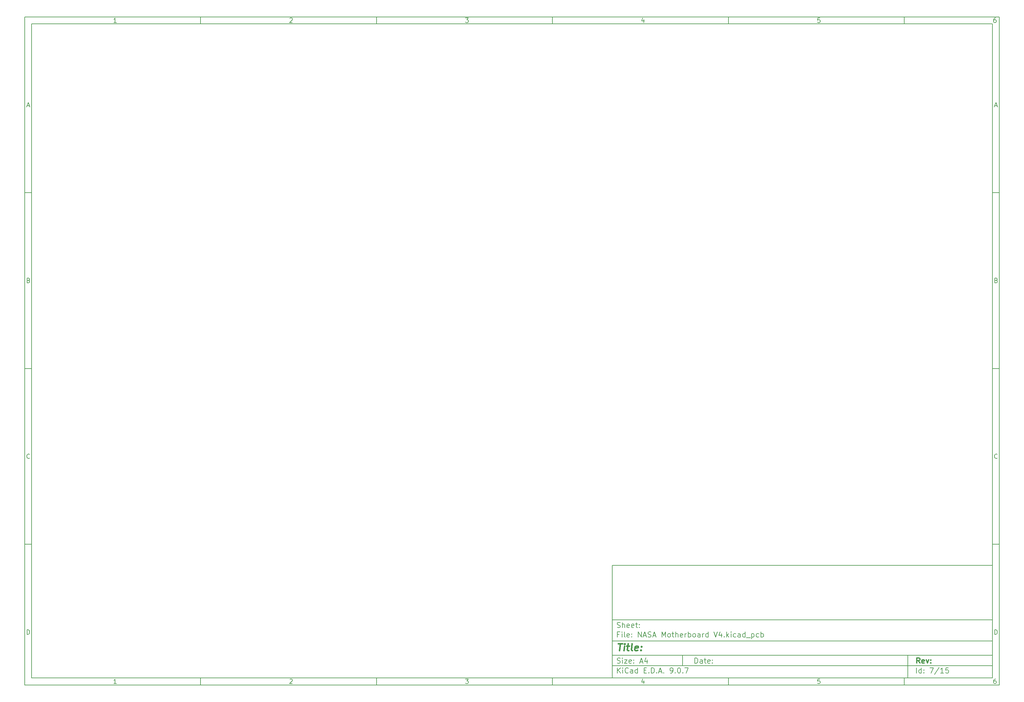
<source format=gbr>
%TF.GenerationSoftware,KiCad,Pcbnew,9.0.7*%
%TF.CreationDate,2026-02-04T11:21:36-05:00*%
%TF.ProjectId,NASA Motherboard V4,4e415341-204d-46f7-9468-6572626f6172,rev?*%
%TF.SameCoordinates,Original*%
%TF.FileFunction,Glue,Top*%
%TF.FilePolarity,Positive*%
%FSLAX46Y46*%
G04 Gerber Fmt 4.6, Leading zero omitted, Abs format (unit mm)*
G04 Created by KiCad (PCBNEW 9.0.7) date 2026-02-04 11:21:36*
%MOMM*%
%LPD*%
G01*
G04 APERTURE LIST*
%ADD10C,0.100000*%
%ADD11C,0.150000*%
%ADD12C,0.300000*%
%ADD13C,0.400000*%
G04 APERTURE END LIST*
D10*
D11*
X177002200Y-166007200D02*
X285002200Y-166007200D01*
X285002200Y-198007200D01*
X177002200Y-198007200D01*
X177002200Y-166007200D01*
D10*
D11*
X10000000Y-10000000D02*
X287002200Y-10000000D01*
X287002200Y-200007200D01*
X10000000Y-200007200D01*
X10000000Y-10000000D01*
D10*
D11*
X12000000Y-12000000D02*
X285002200Y-12000000D01*
X285002200Y-198007200D01*
X12000000Y-198007200D01*
X12000000Y-12000000D01*
D10*
D11*
X60000000Y-12000000D02*
X60000000Y-10000000D01*
D10*
D11*
X110000000Y-12000000D02*
X110000000Y-10000000D01*
D10*
D11*
X160000000Y-12000000D02*
X160000000Y-10000000D01*
D10*
D11*
X210000000Y-12000000D02*
X210000000Y-10000000D01*
D10*
D11*
X260000000Y-12000000D02*
X260000000Y-10000000D01*
D10*
D11*
X36089160Y-11593604D02*
X35346303Y-11593604D01*
X35717731Y-11593604D02*
X35717731Y-10293604D01*
X35717731Y-10293604D02*
X35593922Y-10479319D01*
X35593922Y-10479319D02*
X35470112Y-10603128D01*
X35470112Y-10603128D02*
X35346303Y-10665033D01*
D10*
D11*
X85346303Y-10417414D02*
X85408207Y-10355509D01*
X85408207Y-10355509D02*
X85532017Y-10293604D01*
X85532017Y-10293604D02*
X85841541Y-10293604D01*
X85841541Y-10293604D02*
X85965350Y-10355509D01*
X85965350Y-10355509D02*
X86027255Y-10417414D01*
X86027255Y-10417414D02*
X86089160Y-10541223D01*
X86089160Y-10541223D02*
X86089160Y-10665033D01*
X86089160Y-10665033D02*
X86027255Y-10850747D01*
X86027255Y-10850747D02*
X85284398Y-11593604D01*
X85284398Y-11593604D02*
X86089160Y-11593604D01*
D10*
D11*
X135284398Y-10293604D02*
X136089160Y-10293604D01*
X136089160Y-10293604D02*
X135655826Y-10788842D01*
X135655826Y-10788842D02*
X135841541Y-10788842D01*
X135841541Y-10788842D02*
X135965350Y-10850747D01*
X135965350Y-10850747D02*
X136027255Y-10912652D01*
X136027255Y-10912652D02*
X136089160Y-11036461D01*
X136089160Y-11036461D02*
X136089160Y-11345985D01*
X136089160Y-11345985D02*
X136027255Y-11469795D01*
X136027255Y-11469795D02*
X135965350Y-11531700D01*
X135965350Y-11531700D02*
X135841541Y-11593604D01*
X135841541Y-11593604D02*
X135470112Y-11593604D01*
X135470112Y-11593604D02*
X135346303Y-11531700D01*
X135346303Y-11531700D02*
X135284398Y-11469795D01*
D10*
D11*
X185965350Y-10726938D02*
X185965350Y-11593604D01*
X185655826Y-10231700D02*
X185346303Y-11160271D01*
X185346303Y-11160271D02*
X186151064Y-11160271D01*
D10*
D11*
X236027255Y-10293604D02*
X235408207Y-10293604D01*
X235408207Y-10293604D02*
X235346303Y-10912652D01*
X235346303Y-10912652D02*
X235408207Y-10850747D01*
X235408207Y-10850747D02*
X235532017Y-10788842D01*
X235532017Y-10788842D02*
X235841541Y-10788842D01*
X235841541Y-10788842D02*
X235965350Y-10850747D01*
X235965350Y-10850747D02*
X236027255Y-10912652D01*
X236027255Y-10912652D02*
X236089160Y-11036461D01*
X236089160Y-11036461D02*
X236089160Y-11345985D01*
X236089160Y-11345985D02*
X236027255Y-11469795D01*
X236027255Y-11469795D02*
X235965350Y-11531700D01*
X235965350Y-11531700D02*
X235841541Y-11593604D01*
X235841541Y-11593604D02*
X235532017Y-11593604D01*
X235532017Y-11593604D02*
X235408207Y-11531700D01*
X235408207Y-11531700D02*
X235346303Y-11469795D01*
D10*
D11*
X285965350Y-10293604D02*
X285717731Y-10293604D01*
X285717731Y-10293604D02*
X285593922Y-10355509D01*
X285593922Y-10355509D02*
X285532017Y-10417414D01*
X285532017Y-10417414D02*
X285408207Y-10603128D01*
X285408207Y-10603128D02*
X285346303Y-10850747D01*
X285346303Y-10850747D02*
X285346303Y-11345985D01*
X285346303Y-11345985D02*
X285408207Y-11469795D01*
X285408207Y-11469795D02*
X285470112Y-11531700D01*
X285470112Y-11531700D02*
X285593922Y-11593604D01*
X285593922Y-11593604D02*
X285841541Y-11593604D01*
X285841541Y-11593604D02*
X285965350Y-11531700D01*
X285965350Y-11531700D02*
X286027255Y-11469795D01*
X286027255Y-11469795D02*
X286089160Y-11345985D01*
X286089160Y-11345985D02*
X286089160Y-11036461D01*
X286089160Y-11036461D02*
X286027255Y-10912652D01*
X286027255Y-10912652D02*
X285965350Y-10850747D01*
X285965350Y-10850747D02*
X285841541Y-10788842D01*
X285841541Y-10788842D02*
X285593922Y-10788842D01*
X285593922Y-10788842D02*
X285470112Y-10850747D01*
X285470112Y-10850747D02*
X285408207Y-10912652D01*
X285408207Y-10912652D02*
X285346303Y-11036461D01*
D10*
D11*
X60000000Y-198007200D02*
X60000000Y-200007200D01*
D10*
D11*
X110000000Y-198007200D02*
X110000000Y-200007200D01*
D10*
D11*
X160000000Y-198007200D02*
X160000000Y-200007200D01*
D10*
D11*
X210000000Y-198007200D02*
X210000000Y-200007200D01*
D10*
D11*
X260000000Y-198007200D02*
X260000000Y-200007200D01*
D10*
D11*
X36089160Y-199600804D02*
X35346303Y-199600804D01*
X35717731Y-199600804D02*
X35717731Y-198300804D01*
X35717731Y-198300804D02*
X35593922Y-198486519D01*
X35593922Y-198486519D02*
X35470112Y-198610328D01*
X35470112Y-198610328D02*
X35346303Y-198672233D01*
D10*
D11*
X85346303Y-198424614D02*
X85408207Y-198362709D01*
X85408207Y-198362709D02*
X85532017Y-198300804D01*
X85532017Y-198300804D02*
X85841541Y-198300804D01*
X85841541Y-198300804D02*
X85965350Y-198362709D01*
X85965350Y-198362709D02*
X86027255Y-198424614D01*
X86027255Y-198424614D02*
X86089160Y-198548423D01*
X86089160Y-198548423D02*
X86089160Y-198672233D01*
X86089160Y-198672233D02*
X86027255Y-198857947D01*
X86027255Y-198857947D02*
X85284398Y-199600804D01*
X85284398Y-199600804D02*
X86089160Y-199600804D01*
D10*
D11*
X135284398Y-198300804D02*
X136089160Y-198300804D01*
X136089160Y-198300804D02*
X135655826Y-198796042D01*
X135655826Y-198796042D02*
X135841541Y-198796042D01*
X135841541Y-198796042D02*
X135965350Y-198857947D01*
X135965350Y-198857947D02*
X136027255Y-198919852D01*
X136027255Y-198919852D02*
X136089160Y-199043661D01*
X136089160Y-199043661D02*
X136089160Y-199353185D01*
X136089160Y-199353185D02*
X136027255Y-199476995D01*
X136027255Y-199476995D02*
X135965350Y-199538900D01*
X135965350Y-199538900D02*
X135841541Y-199600804D01*
X135841541Y-199600804D02*
X135470112Y-199600804D01*
X135470112Y-199600804D02*
X135346303Y-199538900D01*
X135346303Y-199538900D02*
X135284398Y-199476995D01*
D10*
D11*
X185965350Y-198734138D02*
X185965350Y-199600804D01*
X185655826Y-198238900D02*
X185346303Y-199167471D01*
X185346303Y-199167471D02*
X186151064Y-199167471D01*
D10*
D11*
X236027255Y-198300804D02*
X235408207Y-198300804D01*
X235408207Y-198300804D02*
X235346303Y-198919852D01*
X235346303Y-198919852D02*
X235408207Y-198857947D01*
X235408207Y-198857947D02*
X235532017Y-198796042D01*
X235532017Y-198796042D02*
X235841541Y-198796042D01*
X235841541Y-198796042D02*
X235965350Y-198857947D01*
X235965350Y-198857947D02*
X236027255Y-198919852D01*
X236027255Y-198919852D02*
X236089160Y-199043661D01*
X236089160Y-199043661D02*
X236089160Y-199353185D01*
X236089160Y-199353185D02*
X236027255Y-199476995D01*
X236027255Y-199476995D02*
X235965350Y-199538900D01*
X235965350Y-199538900D02*
X235841541Y-199600804D01*
X235841541Y-199600804D02*
X235532017Y-199600804D01*
X235532017Y-199600804D02*
X235408207Y-199538900D01*
X235408207Y-199538900D02*
X235346303Y-199476995D01*
D10*
D11*
X285965350Y-198300804D02*
X285717731Y-198300804D01*
X285717731Y-198300804D02*
X285593922Y-198362709D01*
X285593922Y-198362709D02*
X285532017Y-198424614D01*
X285532017Y-198424614D02*
X285408207Y-198610328D01*
X285408207Y-198610328D02*
X285346303Y-198857947D01*
X285346303Y-198857947D02*
X285346303Y-199353185D01*
X285346303Y-199353185D02*
X285408207Y-199476995D01*
X285408207Y-199476995D02*
X285470112Y-199538900D01*
X285470112Y-199538900D02*
X285593922Y-199600804D01*
X285593922Y-199600804D02*
X285841541Y-199600804D01*
X285841541Y-199600804D02*
X285965350Y-199538900D01*
X285965350Y-199538900D02*
X286027255Y-199476995D01*
X286027255Y-199476995D02*
X286089160Y-199353185D01*
X286089160Y-199353185D02*
X286089160Y-199043661D01*
X286089160Y-199043661D02*
X286027255Y-198919852D01*
X286027255Y-198919852D02*
X285965350Y-198857947D01*
X285965350Y-198857947D02*
X285841541Y-198796042D01*
X285841541Y-198796042D02*
X285593922Y-198796042D01*
X285593922Y-198796042D02*
X285470112Y-198857947D01*
X285470112Y-198857947D02*
X285408207Y-198919852D01*
X285408207Y-198919852D02*
X285346303Y-199043661D01*
D10*
D11*
X10000000Y-60000000D02*
X12000000Y-60000000D01*
D10*
D11*
X10000000Y-110000000D02*
X12000000Y-110000000D01*
D10*
D11*
X10000000Y-160000000D02*
X12000000Y-160000000D01*
D10*
D11*
X10690476Y-35222176D02*
X11309523Y-35222176D01*
X10566666Y-35593604D02*
X10999999Y-34293604D01*
X10999999Y-34293604D02*
X11433333Y-35593604D01*
D10*
D11*
X11092857Y-84912652D02*
X11278571Y-84974557D01*
X11278571Y-84974557D02*
X11340476Y-85036461D01*
X11340476Y-85036461D02*
X11402380Y-85160271D01*
X11402380Y-85160271D02*
X11402380Y-85345985D01*
X11402380Y-85345985D02*
X11340476Y-85469795D01*
X11340476Y-85469795D02*
X11278571Y-85531700D01*
X11278571Y-85531700D02*
X11154761Y-85593604D01*
X11154761Y-85593604D02*
X10659523Y-85593604D01*
X10659523Y-85593604D02*
X10659523Y-84293604D01*
X10659523Y-84293604D02*
X11092857Y-84293604D01*
X11092857Y-84293604D02*
X11216666Y-84355509D01*
X11216666Y-84355509D02*
X11278571Y-84417414D01*
X11278571Y-84417414D02*
X11340476Y-84541223D01*
X11340476Y-84541223D02*
X11340476Y-84665033D01*
X11340476Y-84665033D02*
X11278571Y-84788842D01*
X11278571Y-84788842D02*
X11216666Y-84850747D01*
X11216666Y-84850747D02*
X11092857Y-84912652D01*
X11092857Y-84912652D02*
X10659523Y-84912652D01*
D10*
D11*
X11402380Y-135469795D02*
X11340476Y-135531700D01*
X11340476Y-135531700D02*
X11154761Y-135593604D01*
X11154761Y-135593604D02*
X11030952Y-135593604D01*
X11030952Y-135593604D02*
X10845238Y-135531700D01*
X10845238Y-135531700D02*
X10721428Y-135407890D01*
X10721428Y-135407890D02*
X10659523Y-135284080D01*
X10659523Y-135284080D02*
X10597619Y-135036461D01*
X10597619Y-135036461D02*
X10597619Y-134850747D01*
X10597619Y-134850747D02*
X10659523Y-134603128D01*
X10659523Y-134603128D02*
X10721428Y-134479319D01*
X10721428Y-134479319D02*
X10845238Y-134355509D01*
X10845238Y-134355509D02*
X11030952Y-134293604D01*
X11030952Y-134293604D02*
X11154761Y-134293604D01*
X11154761Y-134293604D02*
X11340476Y-134355509D01*
X11340476Y-134355509D02*
X11402380Y-134417414D01*
D10*
D11*
X10659523Y-185593604D02*
X10659523Y-184293604D01*
X10659523Y-184293604D02*
X10969047Y-184293604D01*
X10969047Y-184293604D02*
X11154761Y-184355509D01*
X11154761Y-184355509D02*
X11278571Y-184479319D01*
X11278571Y-184479319D02*
X11340476Y-184603128D01*
X11340476Y-184603128D02*
X11402380Y-184850747D01*
X11402380Y-184850747D02*
X11402380Y-185036461D01*
X11402380Y-185036461D02*
X11340476Y-185284080D01*
X11340476Y-185284080D02*
X11278571Y-185407890D01*
X11278571Y-185407890D02*
X11154761Y-185531700D01*
X11154761Y-185531700D02*
X10969047Y-185593604D01*
X10969047Y-185593604D02*
X10659523Y-185593604D01*
D10*
D11*
X287002200Y-60000000D02*
X285002200Y-60000000D01*
D10*
D11*
X287002200Y-110000000D02*
X285002200Y-110000000D01*
D10*
D11*
X287002200Y-160000000D02*
X285002200Y-160000000D01*
D10*
D11*
X285692676Y-35222176D02*
X286311723Y-35222176D01*
X285568866Y-35593604D02*
X286002199Y-34293604D01*
X286002199Y-34293604D02*
X286435533Y-35593604D01*
D10*
D11*
X286095057Y-84912652D02*
X286280771Y-84974557D01*
X286280771Y-84974557D02*
X286342676Y-85036461D01*
X286342676Y-85036461D02*
X286404580Y-85160271D01*
X286404580Y-85160271D02*
X286404580Y-85345985D01*
X286404580Y-85345985D02*
X286342676Y-85469795D01*
X286342676Y-85469795D02*
X286280771Y-85531700D01*
X286280771Y-85531700D02*
X286156961Y-85593604D01*
X286156961Y-85593604D02*
X285661723Y-85593604D01*
X285661723Y-85593604D02*
X285661723Y-84293604D01*
X285661723Y-84293604D02*
X286095057Y-84293604D01*
X286095057Y-84293604D02*
X286218866Y-84355509D01*
X286218866Y-84355509D02*
X286280771Y-84417414D01*
X286280771Y-84417414D02*
X286342676Y-84541223D01*
X286342676Y-84541223D02*
X286342676Y-84665033D01*
X286342676Y-84665033D02*
X286280771Y-84788842D01*
X286280771Y-84788842D02*
X286218866Y-84850747D01*
X286218866Y-84850747D02*
X286095057Y-84912652D01*
X286095057Y-84912652D02*
X285661723Y-84912652D01*
D10*
D11*
X286404580Y-135469795D02*
X286342676Y-135531700D01*
X286342676Y-135531700D02*
X286156961Y-135593604D01*
X286156961Y-135593604D02*
X286033152Y-135593604D01*
X286033152Y-135593604D02*
X285847438Y-135531700D01*
X285847438Y-135531700D02*
X285723628Y-135407890D01*
X285723628Y-135407890D02*
X285661723Y-135284080D01*
X285661723Y-135284080D02*
X285599819Y-135036461D01*
X285599819Y-135036461D02*
X285599819Y-134850747D01*
X285599819Y-134850747D02*
X285661723Y-134603128D01*
X285661723Y-134603128D02*
X285723628Y-134479319D01*
X285723628Y-134479319D02*
X285847438Y-134355509D01*
X285847438Y-134355509D02*
X286033152Y-134293604D01*
X286033152Y-134293604D02*
X286156961Y-134293604D01*
X286156961Y-134293604D02*
X286342676Y-134355509D01*
X286342676Y-134355509D02*
X286404580Y-134417414D01*
D10*
D11*
X285661723Y-185593604D02*
X285661723Y-184293604D01*
X285661723Y-184293604D02*
X285971247Y-184293604D01*
X285971247Y-184293604D02*
X286156961Y-184355509D01*
X286156961Y-184355509D02*
X286280771Y-184479319D01*
X286280771Y-184479319D02*
X286342676Y-184603128D01*
X286342676Y-184603128D02*
X286404580Y-184850747D01*
X286404580Y-184850747D02*
X286404580Y-185036461D01*
X286404580Y-185036461D02*
X286342676Y-185284080D01*
X286342676Y-185284080D02*
X286280771Y-185407890D01*
X286280771Y-185407890D02*
X286156961Y-185531700D01*
X286156961Y-185531700D02*
X285971247Y-185593604D01*
X285971247Y-185593604D02*
X285661723Y-185593604D01*
D10*
D11*
X200458026Y-193793328D02*
X200458026Y-192293328D01*
X200458026Y-192293328D02*
X200815169Y-192293328D01*
X200815169Y-192293328D02*
X201029455Y-192364757D01*
X201029455Y-192364757D02*
X201172312Y-192507614D01*
X201172312Y-192507614D02*
X201243741Y-192650471D01*
X201243741Y-192650471D02*
X201315169Y-192936185D01*
X201315169Y-192936185D02*
X201315169Y-193150471D01*
X201315169Y-193150471D02*
X201243741Y-193436185D01*
X201243741Y-193436185D02*
X201172312Y-193579042D01*
X201172312Y-193579042D02*
X201029455Y-193721900D01*
X201029455Y-193721900D02*
X200815169Y-193793328D01*
X200815169Y-193793328D02*
X200458026Y-193793328D01*
X202600884Y-193793328D02*
X202600884Y-193007614D01*
X202600884Y-193007614D02*
X202529455Y-192864757D01*
X202529455Y-192864757D02*
X202386598Y-192793328D01*
X202386598Y-192793328D02*
X202100884Y-192793328D01*
X202100884Y-192793328D02*
X201958026Y-192864757D01*
X202600884Y-193721900D02*
X202458026Y-193793328D01*
X202458026Y-193793328D02*
X202100884Y-193793328D01*
X202100884Y-193793328D02*
X201958026Y-193721900D01*
X201958026Y-193721900D02*
X201886598Y-193579042D01*
X201886598Y-193579042D02*
X201886598Y-193436185D01*
X201886598Y-193436185D02*
X201958026Y-193293328D01*
X201958026Y-193293328D02*
X202100884Y-193221900D01*
X202100884Y-193221900D02*
X202458026Y-193221900D01*
X202458026Y-193221900D02*
X202600884Y-193150471D01*
X203100884Y-192793328D02*
X203672312Y-192793328D01*
X203315169Y-192293328D02*
X203315169Y-193579042D01*
X203315169Y-193579042D02*
X203386598Y-193721900D01*
X203386598Y-193721900D02*
X203529455Y-193793328D01*
X203529455Y-193793328D02*
X203672312Y-193793328D01*
X204743741Y-193721900D02*
X204600884Y-193793328D01*
X204600884Y-193793328D02*
X204315170Y-193793328D01*
X204315170Y-193793328D02*
X204172312Y-193721900D01*
X204172312Y-193721900D02*
X204100884Y-193579042D01*
X204100884Y-193579042D02*
X204100884Y-193007614D01*
X204100884Y-193007614D02*
X204172312Y-192864757D01*
X204172312Y-192864757D02*
X204315170Y-192793328D01*
X204315170Y-192793328D02*
X204600884Y-192793328D01*
X204600884Y-192793328D02*
X204743741Y-192864757D01*
X204743741Y-192864757D02*
X204815170Y-193007614D01*
X204815170Y-193007614D02*
X204815170Y-193150471D01*
X204815170Y-193150471D02*
X204100884Y-193293328D01*
X205458026Y-193650471D02*
X205529455Y-193721900D01*
X205529455Y-193721900D02*
X205458026Y-193793328D01*
X205458026Y-193793328D02*
X205386598Y-193721900D01*
X205386598Y-193721900D02*
X205458026Y-193650471D01*
X205458026Y-193650471D02*
X205458026Y-193793328D01*
X205458026Y-192864757D02*
X205529455Y-192936185D01*
X205529455Y-192936185D02*
X205458026Y-193007614D01*
X205458026Y-193007614D02*
X205386598Y-192936185D01*
X205386598Y-192936185D02*
X205458026Y-192864757D01*
X205458026Y-192864757D02*
X205458026Y-193007614D01*
D10*
D11*
X177002200Y-194507200D02*
X285002200Y-194507200D01*
D10*
D11*
X178458026Y-196593328D02*
X178458026Y-195093328D01*
X179315169Y-196593328D02*
X178672312Y-195736185D01*
X179315169Y-195093328D02*
X178458026Y-195950471D01*
X179958026Y-196593328D02*
X179958026Y-195593328D01*
X179958026Y-195093328D02*
X179886598Y-195164757D01*
X179886598Y-195164757D02*
X179958026Y-195236185D01*
X179958026Y-195236185D02*
X180029455Y-195164757D01*
X180029455Y-195164757D02*
X179958026Y-195093328D01*
X179958026Y-195093328D02*
X179958026Y-195236185D01*
X181529455Y-196450471D02*
X181458027Y-196521900D01*
X181458027Y-196521900D02*
X181243741Y-196593328D01*
X181243741Y-196593328D02*
X181100884Y-196593328D01*
X181100884Y-196593328D02*
X180886598Y-196521900D01*
X180886598Y-196521900D02*
X180743741Y-196379042D01*
X180743741Y-196379042D02*
X180672312Y-196236185D01*
X180672312Y-196236185D02*
X180600884Y-195950471D01*
X180600884Y-195950471D02*
X180600884Y-195736185D01*
X180600884Y-195736185D02*
X180672312Y-195450471D01*
X180672312Y-195450471D02*
X180743741Y-195307614D01*
X180743741Y-195307614D02*
X180886598Y-195164757D01*
X180886598Y-195164757D02*
X181100884Y-195093328D01*
X181100884Y-195093328D02*
X181243741Y-195093328D01*
X181243741Y-195093328D02*
X181458027Y-195164757D01*
X181458027Y-195164757D02*
X181529455Y-195236185D01*
X182815170Y-196593328D02*
X182815170Y-195807614D01*
X182815170Y-195807614D02*
X182743741Y-195664757D01*
X182743741Y-195664757D02*
X182600884Y-195593328D01*
X182600884Y-195593328D02*
X182315170Y-195593328D01*
X182315170Y-195593328D02*
X182172312Y-195664757D01*
X182815170Y-196521900D02*
X182672312Y-196593328D01*
X182672312Y-196593328D02*
X182315170Y-196593328D01*
X182315170Y-196593328D02*
X182172312Y-196521900D01*
X182172312Y-196521900D02*
X182100884Y-196379042D01*
X182100884Y-196379042D02*
X182100884Y-196236185D01*
X182100884Y-196236185D02*
X182172312Y-196093328D01*
X182172312Y-196093328D02*
X182315170Y-196021900D01*
X182315170Y-196021900D02*
X182672312Y-196021900D01*
X182672312Y-196021900D02*
X182815170Y-195950471D01*
X184172313Y-196593328D02*
X184172313Y-195093328D01*
X184172313Y-196521900D02*
X184029455Y-196593328D01*
X184029455Y-196593328D02*
X183743741Y-196593328D01*
X183743741Y-196593328D02*
X183600884Y-196521900D01*
X183600884Y-196521900D02*
X183529455Y-196450471D01*
X183529455Y-196450471D02*
X183458027Y-196307614D01*
X183458027Y-196307614D02*
X183458027Y-195879042D01*
X183458027Y-195879042D02*
X183529455Y-195736185D01*
X183529455Y-195736185D02*
X183600884Y-195664757D01*
X183600884Y-195664757D02*
X183743741Y-195593328D01*
X183743741Y-195593328D02*
X184029455Y-195593328D01*
X184029455Y-195593328D02*
X184172313Y-195664757D01*
X186029455Y-195807614D02*
X186529455Y-195807614D01*
X186743741Y-196593328D02*
X186029455Y-196593328D01*
X186029455Y-196593328D02*
X186029455Y-195093328D01*
X186029455Y-195093328D02*
X186743741Y-195093328D01*
X187386598Y-196450471D02*
X187458027Y-196521900D01*
X187458027Y-196521900D02*
X187386598Y-196593328D01*
X187386598Y-196593328D02*
X187315170Y-196521900D01*
X187315170Y-196521900D02*
X187386598Y-196450471D01*
X187386598Y-196450471D02*
X187386598Y-196593328D01*
X188100884Y-196593328D02*
X188100884Y-195093328D01*
X188100884Y-195093328D02*
X188458027Y-195093328D01*
X188458027Y-195093328D02*
X188672313Y-195164757D01*
X188672313Y-195164757D02*
X188815170Y-195307614D01*
X188815170Y-195307614D02*
X188886599Y-195450471D01*
X188886599Y-195450471D02*
X188958027Y-195736185D01*
X188958027Y-195736185D02*
X188958027Y-195950471D01*
X188958027Y-195950471D02*
X188886599Y-196236185D01*
X188886599Y-196236185D02*
X188815170Y-196379042D01*
X188815170Y-196379042D02*
X188672313Y-196521900D01*
X188672313Y-196521900D02*
X188458027Y-196593328D01*
X188458027Y-196593328D02*
X188100884Y-196593328D01*
X189600884Y-196450471D02*
X189672313Y-196521900D01*
X189672313Y-196521900D02*
X189600884Y-196593328D01*
X189600884Y-196593328D02*
X189529456Y-196521900D01*
X189529456Y-196521900D02*
X189600884Y-196450471D01*
X189600884Y-196450471D02*
X189600884Y-196593328D01*
X190243742Y-196164757D02*
X190958028Y-196164757D01*
X190100885Y-196593328D02*
X190600885Y-195093328D01*
X190600885Y-195093328D02*
X191100885Y-196593328D01*
X191600884Y-196450471D02*
X191672313Y-196521900D01*
X191672313Y-196521900D02*
X191600884Y-196593328D01*
X191600884Y-196593328D02*
X191529456Y-196521900D01*
X191529456Y-196521900D02*
X191600884Y-196450471D01*
X191600884Y-196450471D02*
X191600884Y-196593328D01*
X193529456Y-196593328D02*
X193815170Y-196593328D01*
X193815170Y-196593328D02*
X193958027Y-196521900D01*
X193958027Y-196521900D02*
X194029456Y-196450471D01*
X194029456Y-196450471D02*
X194172313Y-196236185D01*
X194172313Y-196236185D02*
X194243742Y-195950471D01*
X194243742Y-195950471D02*
X194243742Y-195379042D01*
X194243742Y-195379042D02*
X194172313Y-195236185D01*
X194172313Y-195236185D02*
X194100885Y-195164757D01*
X194100885Y-195164757D02*
X193958027Y-195093328D01*
X193958027Y-195093328D02*
X193672313Y-195093328D01*
X193672313Y-195093328D02*
X193529456Y-195164757D01*
X193529456Y-195164757D02*
X193458027Y-195236185D01*
X193458027Y-195236185D02*
X193386599Y-195379042D01*
X193386599Y-195379042D02*
X193386599Y-195736185D01*
X193386599Y-195736185D02*
X193458027Y-195879042D01*
X193458027Y-195879042D02*
X193529456Y-195950471D01*
X193529456Y-195950471D02*
X193672313Y-196021900D01*
X193672313Y-196021900D02*
X193958027Y-196021900D01*
X193958027Y-196021900D02*
X194100885Y-195950471D01*
X194100885Y-195950471D02*
X194172313Y-195879042D01*
X194172313Y-195879042D02*
X194243742Y-195736185D01*
X194886598Y-196450471D02*
X194958027Y-196521900D01*
X194958027Y-196521900D02*
X194886598Y-196593328D01*
X194886598Y-196593328D02*
X194815170Y-196521900D01*
X194815170Y-196521900D02*
X194886598Y-196450471D01*
X194886598Y-196450471D02*
X194886598Y-196593328D01*
X195886599Y-195093328D02*
X196029456Y-195093328D01*
X196029456Y-195093328D02*
X196172313Y-195164757D01*
X196172313Y-195164757D02*
X196243742Y-195236185D01*
X196243742Y-195236185D02*
X196315170Y-195379042D01*
X196315170Y-195379042D02*
X196386599Y-195664757D01*
X196386599Y-195664757D02*
X196386599Y-196021900D01*
X196386599Y-196021900D02*
X196315170Y-196307614D01*
X196315170Y-196307614D02*
X196243742Y-196450471D01*
X196243742Y-196450471D02*
X196172313Y-196521900D01*
X196172313Y-196521900D02*
X196029456Y-196593328D01*
X196029456Y-196593328D02*
X195886599Y-196593328D01*
X195886599Y-196593328D02*
X195743742Y-196521900D01*
X195743742Y-196521900D02*
X195672313Y-196450471D01*
X195672313Y-196450471D02*
X195600884Y-196307614D01*
X195600884Y-196307614D02*
X195529456Y-196021900D01*
X195529456Y-196021900D02*
X195529456Y-195664757D01*
X195529456Y-195664757D02*
X195600884Y-195379042D01*
X195600884Y-195379042D02*
X195672313Y-195236185D01*
X195672313Y-195236185D02*
X195743742Y-195164757D01*
X195743742Y-195164757D02*
X195886599Y-195093328D01*
X197029455Y-196450471D02*
X197100884Y-196521900D01*
X197100884Y-196521900D02*
X197029455Y-196593328D01*
X197029455Y-196593328D02*
X196958027Y-196521900D01*
X196958027Y-196521900D02*
X197029455Y-196450471D01*
X197029455Y-196450471D02*
X197029455Y-196593328D01*
X197600884Y-195093328D02*
X198600884Y-195093328D01*
X198600884Y-195093328D02*
X197958027Y-196593328D01*
D10*
D11*
X177002200Y-191507200D02*
X285002200Y-191507200D01*
D10*
D12*
X264413853Y-193785528D02*
X263913853Y-193071242D01*
X263556710Y-193785528D02*
X263556710Y-192285528D01*
X263556710Y-192285528D02*
X264128139Y-192285528D01*
X264128139Y-192285528D02*
X264270996Y-192356957D01*
X264270996Y-192356957D02*
X264342425Y-192428385D01*
X264342425Y-192428385D02*
X264413853Y-192571242D01*
X264413853Y-192571242D02*
X264413853Y-192785528D01*
X264413853Y-192785528D02*
X264342425Y-192928385D01*
X264342425Y-192928385D02*
X264270996Y-192999814D01*
X264270996Y-192999814D02*
X264128139Y-193071242D01*
X264128139Y-193071242D02*
X263556710Y-193071242D01*
X265628139Y-193714100D02*
X265485282Y-193785528D01*
X265485282Y-193785528D02*
X265199568Y-193785528D01*
X265199568Y-193785528D02*
X265056710Y-193714100D01*
X265056710Y-193714100D02*
X264985282Y-193571242D01*
X264985282Y-193571242D02*
X264985282Y-192999814D01*
X264985282Y-192999814D02*
X265056710Y-192856957D01*
X265056710Y-192856957D02*
X265199568Y-192785528D01*
X265199568Y-192785528D02*
X265485282Y-192785528D01*
X265485282Y-192785528D02*
X265628139Y-192856957D01*
X265628139Y-192856957D02*
X265699568Y-192999814D01*
X265699568Y-192999814D02*
X265699568Y-193142671D01*
X265699568Y-193142671D02*
X264985282Y-193285528D01*
X266199567Y-192785528D02*
X266556710Y-193785528D01*
X266556710Y-193785528D02*
X266913853Y-192785528D01*
X267485281Y-193642671D02*
X267556710Y-193714100D01*
X267556710Y-193714100D02*
X267485281Y-193785528D01*
X267485281Y-193785528D02*
X267413853Y-193714100D01*
X267413853Y-193714100D02*
X267485281Y-193642671D01*
X267485281Y-193642671D02*
X267485281Y-193785528D01*
X267485281Y-192856957D02*
X267556710Y-192928385D01*
X267556710Y-192928385D02*
X267485281Y-192999814D01*
X267485281Y-192999814D02*
X267413853Y-192928385D01*
X267413853Y-192928385D02*
X267485281Y-192856957D01*
X267485281Y-192856957D02*
X267485281Y-192999814D01*
D10*
D11*
X178386598Y-193721900D02*
X178600884Y-193793328D01*
X178600884Y-193793328D02*
X178958026Y-193793328D01*
X178958026Y-193793328D02*
X179100884Y-193721900D01*
X179100884Y-193721900D02*
X179172312Y-193650471D01*
X179172312Y-193650471D02*
X179243741Y-193507614D01*
X179243741Y-193507614D02*
X179243741Y-193364757D01*
X179243741Y-193364757D02*
X179172312Y-193221900D01*
X179172312Y-193221900D02*
X179100884Y-193150471D01*
X179100884Y-193150471D02*
X178958026Y-193079042D01*
X178958026Y-193079042D02*
X178672312Y-193007614D01*
X178672312Y-193007614D02*
X178529455Y-192936185D01*
X178529455Y-192936185D02*
X178458026Y-192864757D01*
X178458026Y-192864757D02*
X178386598Y-192721900D01*
X178386598Y-192721900D02*
X178386598Y-192579042D01*
X178386598Y-192579042D02*
X178458026Y-192436185D01*
X178458026Y-192436185D02*
X178529455Y-192364757D01*
X178529455Y-192364757D02*
X178672312Y-192293328D01*
X178672312Y-192293328D02*
X179029455Y-192293328D01*
X179029455Y-192293328D02*
X179243741Y-192364757D01*
X179886597Y-193793328D02*
X179886597Y-192793328D01*
X179886597Y-192293328D02*
X179815169Y-192364757D01*
X179815169Y-192364757D02*
X179886597Y-192436185D01*
X179886597Y-192436185D02*
X179958026Y-192364757D01*
X179958026Y-192364757D02*
X179886597Y-192293328D01*
X179886597Y-192293328D02*
X179886597Y-192436185D01*
X180458026Y-192793328D02*
X181243741Y-192793328D01*
X181243741Y-192793328D02*
X180458026Y-193793328D01*
X180458026Y-193793328D02*
X181243741Y-193793328D01*
X182386598Y-193721900D02*
X182243741Y-193793328D01*
X182243741Y-193793328D02*
X181958027Y-193793328D01*
X181958027Y-193793328D02*
X181815169Y-193721900D01*
X181815169Y-193721900D02*
X181743741Y-193579042D01*
X181743741Y-193579042D02*
X181743741Y-193007614D01*
X181743741Y-193007614D02*
X181815169Y-192864757D01*
X181815169Y-192864757D02*
X181958027Y-192793328D01*
X181958027Y-192793328D02*
X182243741Y-192793328D01*
X182243741Y-192793328D02*
X182386598Y-192864757D01*
X182386598Y-192864757D02*
X182458027Y-193007614D01*
X182458027Y-193007614D02*
X182458027Y-193150471D01*
X182458027Y-193150471D02*
X181743741Y-193293328D01*
X183100883Y-193650471D02*
X183172312Y-193721900D01*
X183172312Y-193721900D02*
X183100883Y-193793328D01*
X183100883Y-193793328D02*
X183029455Y-193721900D01*
X183029455Y-193721900D02*
X183100883Y-193650471D01*
X183100883Y-193650471D02*
X183100883Y-193793328D01*
X183100883Y-192864757D02*
X183172312Y-192936185D01*
X183172312Y-192936185D02*
X183100883Y-193007614D01*
X183100883Y-193007614D02*
X183029455Y-192936185D01*
X183029455Y-192936185D02*
X183100883Y-192864757D01*
X183100883Y-192864757D02*
X183100883Y-193007614D01*
X184886598Y-193364757D02*
X185600884Y-193364757D01*
X184743741Y-193793328D02*
X185243741Y-192293328D01*
X185243741Y-192293328D02*
X185743741Y-193793328D01*
X186886598Y-192793328D02*
X186886598Y-193793328D01*
X186529455Y-192221900D02*
X186172312Y-193293328D01*
X186172312Y-193293328D02*
X187100883Y-193293328D01*
D10*
D11*
X263458026Y-196593328D02*
X263458026Y-195093328D01*
X264815170Y-196593328D02*
X264815170Y-195093328D01*
X264815170Y-196521900D02*
X264672312Y-196593328D01*
X264672312Y-196593328D02*
X264386598Y-196593328D01*
X264386598Y-196593328D02*
X264243741Y-196521900D01*
X264243741Y-196521900D02*
X264172312Y-196450471D01*
X264172312Y-196450471D02*
X264100884Y-196307614D01*
X264100884Y-196307614D02*
X264100884Y-195879042D01*
X264100884Y-195879042D02*
X264172312Y-195736185D01*
X264172312Y-195736185D02*
X264243741Y-195664757D01*
X264243741Y-195664757D02*
X264386598Y-195593328D01*
X264386598Y-195593328D02*
X264672312Y-195593328D01*
X264672312Y-195593328D02*
X264815170Y-195664757D01*
X265529455Y-196450471D02*
X265600884Y-196521900D01*
X265600884Y-196521900D02*
X265529455Y-196593328D01*
X265529455Y-196593328D02*
X265458027Y-196521900D01*
X265458027Y-196521900D02*
X265529455Y-196450471D01*
X265529455Y-196450471D02*
X265529455Y-196593328D01*
X265529455Y-195664757D02*
X265600884Y-195736185D01*
X265600884Y-195736185D02*
X265529455Y-195807614D01*
X265529455Y-195807614D02*
X265458027Y-195736185D01*
X265458027Y-195736185D02*
X265529455Y-195664757D01*
X265529455Y-195664757D02*
X265529455Y-195807614D01*
X267243741Y-195093328D02*
X268243741Y-195093328D01*
X268243741Y-195093328D02*
X267600884Y-196593328D01*
X269886598Y-195021900D02*
X268600884Y-196950471D01*
X271172313Y-196593328D02*
X270315170Y-196593328D01*
X270743741Y-196593328D02*
X270743741Y-195093328D01*
X270743741Y-195093328D02*
X270600884Y-195307614D01*
X270600884Y-195307614D02*
X270458027Y-195450471D01*
X270458027Y-195450471D02*
X270315170Y-195521900D01*
X272529455Y-195093328D02*
X271815169Y-195093328D01*
X271815169Y-195093328D02*
X271743741Y-195807614D01*
X271743741Y-195807614D02*
X271815169Y-195736185D01*
X271815169Y-195736185D02*
X271958027Y-195664757D01*
X271958027Y-195664757D02*
X272315169Y-195664757D01*
X272315169Y-195664757D02*
X272458027Y-195736185D01*
X272458027Y-195736185D02*
X272529455Y-195807614D01*
X272529455Y-195807614D02*
X272600884Y-195950471D01*
X272600884Y-195950471D02*
X272600884Y-196307614D01*
X272600884Y-196307614D02*
X272529455Y-196450471D01*
X272529455Y-196450471D02*
X272458027Y-196521900D01*
X272458027Y-196521900D02*
X272315169Y-196593328D01*
X272315169Y-196593328D02*
X271958027Y-196593328D01*
X271958027Y-196593328D02*
X271815169Y-196521900D01*
X271815169Y-196521900D02*
X271743741Y-196450471D01*
D10*
D11*
X177002200Y-187507200D02*
X285002200Y-187507200D01*
D10*
D13*
X178693928Y-188211638D02*
X179836785Y-188211638D01*
X179015357Y-190211638D02*
X179265357Y-188211638D01*
X180253452Y-190211638D02*
X180420119Y-188878304D01*
X180503452Y-188211638D02*
X180396309Y-188306876D01*
X180396309Y-188306876D02*
X180479643Y-188402114D01*
X180479643Y-188402114D02*
X180586786Y-188306876D01*
X180586786Y-188306876D02*
X180503452Y-188211638D01*
X180503452Y-188211638D02*
X180479643Y-188402114D01*
X181086786Y-188878304D02*
X181848690Y-188878304D01*
X181455833Y-188211638D02*
X181241548Y-189925923D01*
X181241548Y-189925923D02*
X181312976Y-190116400D01*
X181312976Y-190116400D02*
X181491548Y-190211638D01*
X181491548Y-190211638D02*
X181682024Y-190211638D01*
X182634405Y-190211638D02*
X182455833Y-190116400D01*
X182455833Y-190116400D02*
X182384405Y-189925923D01*
X182384405Y-189925923D02*
X182598690Y-188211638D01*
X184170119Y-190116400D02*
X183967738Y-190211638D01*
X183967738Y-190211638D02*
X183586785Y-190211638D01*
X183586785Y-190211638D02*
X183408214Y-190116400D01*
X183408214Y-190116400D02*
X183336785Y-189925923D01*
X183336785Y-189925923D02*
X183432024Y-189164019D01*
X183432024Y-189164019D02*
X183551071Y-188973542D01*
X183551071Y-188973542D02*
X183753452Y-188878304D01*
X183753452Y-188878304D02*
X184134404Y-188878304D01*
X184134404Y-188878304D02*
X184312976Y-188973542D01*
X184312976Y-188973542D02*
X184384404Y-189164019D01*
X184384404Y-189164019D02*
X184360595Y-189354495D01*
X184360595Y-189354495D02*
X183384404Y-189544971D01*
X185134405Y-190021161D02*
X185217738Y-190116400D01*
X185217738Y-190116400D02*
X185110595Y-190211638D01*
X185110595Y-190211638D02*
X185027262Y-190116400D01*
X185027262Y-190116400D02*
X185134405Y-190021161D01*
X185134405Y-190021161D02*
X185110595Y-190211638D01*
X185265357Y-188973542D02*
X185348690Y-189068780D01*
X185348690Y-189068780D02*
X185241548Y-189164019D01*
X185241548Y-189164019D02*
X185158214Y-189068780D01*
X185158214Y-189068780D02*
X185265357Y-188973542D01*
X185265357Y-188973542D02*
X185241548Y-189164019D01*
D10*
D11*
X178958026Y-185607614D02*
X178458026Y-185607614D01*
X178458026Y-186393328D02*
X178458026Y-184893328D01*
X178458026Y-184893328D02*
X179172312Y-184893328D01*
X179743740Y-186393328D02*
X179743740Y-185393328D01*
X179743740Y-184893328D02*
X179672312Y-184964757D01*
X179672312Y-184964757D02*
X179743740Y-185036185D01*
X179743740Y-185036185D02*
X179815169Y-184964757D01*
X179815169Y-184964757D02*
X179743740Y-184893328D01*
X179743740Y-184893328D02*
X179743740Y-185036185D01*
X180672312Y-186393328D02*
X180529455Y-186321900D01*
X180529455Y-186321900D02*
X180458026Y-186179042D01*
X180458026Y-186179042D02*
X180458026Y-184893328D01*
X181815169Y-186321900D02*
X181672312Y-186393328D01*
X181672312Y-186393328D02*
X181386598Y-186393328D01*
X181386598Y-186393328D02*
X181243740Y-186321900D01*
X181243740Y-186321900D02*
X181172312Y-186179042D01*
X181172312Y-186179042D02*
X181172312Y-185607614D01*
X181172312Y-185607614D02*
X181243740Y-185464757D01*
X181243740Y-185464757D02*
X181386598Y-185393328D01*
X181386598Y-185393328D02*
X181672312Y-185393328D01*
X181672312Y-185393328D02*
X181815169Y-185464757D01*
X181815169Y-185464757D02*
X181886598Y-185607614D01*
X181886598Y-185607614D02*
X181886598Y-185750471D01*
X181886598Y-185750471D02*
X181172312Y-185893328D01*
X182529454Y-186250471D02*
X182600883Y-186321900D01*
X182600883Y-186321900D02*
X182529454Y-186393328D01*
X182529454Y-186393328D02*
X182458026Y-186321900D01*
X182458026Y-186321900D02*
X182529454Y-186250471D01*
X182529454Y-186250471D02*
X182529454Y-186393328D01*
X182529454Y-185464757D02*
X182600883Y-185536185D01*
X182600883Y-185536185D02*
X182529454Y-185607614D01*
X182529454Y-185607614D02*
X182458026Y-185536185D01*
X182458026Y-185536185D02*
X182529454Y-185464757D01*
X182529454Y-185464757D02*
X182529454Y-185607614D01*
X184386597Y-186393328D02*
X184386597Y-184893328D01*
X184386597Y-184893328D02*
X185243740Y-186393328D01*
X185243740Y-186393328D02*
X185243740Y-184893328D01*
X185886598Y-185964757D02*
X186600884Y-185964757D01*
X185743741Y-186393328D02*
X186243741Y-184893328D01*
X186243741Y-184893328D02*
X186743741Y-186393328D01*
X187172312Y-186321900D02*
X187386598Y-186393328D01*
X187386598Y-186393328D02*
X187743740Y-186393328D01*
X187743740Y-186393328D02*
X187886598Y-186321900D01*
X187886598Y-186321900D02*
X187958026Y-186250471D01*
X187958026Y-186250471D02*
X188029455Y-186107614D01*
X188029455Y-186107614D02*
X188029455Y-185964757D01*
X188029455Y-185964757D02*
X187958026Y-185821900D01*
X187958026Y-185821900D02*
X187886598Y-185750471D01*
X187886598Y-185750471D02*
X187743740Y-185679042D01*
X187743740Y-185679042D02*
X187458026Y-185607614D01*
X187458026Y-185607614D02*
X187315169Y-185536185D01*
X187315169Y-185536185D02*
X187243740Y-185464757D01*
X187243740Y-185464757D02*
X187172312Y-185321900D01*
X187172312Y-185321900D02*
X187172312Y-185179042D01*
X187172312Y-185179042D02*
X187243740Y-185036185D01*
X187243740Y-185036185D02*
X187315169Y-184964757D01*
X187315169Y-184964757D02*
X187458026Y-184893328D01*
X187458026Y-184893328D02*
X187815169Y-184893328D01*
X187815169Y-184893328D02*
X188029455Y-184964757D01*
X188600883Y-185964757D02*
X189315169Y-185964757D01*
X188458026Y-186393328D02*
X188958026Y-184893328D01*
X188958026Y-184893328D02*
X189458026Y-186393328D01*
X191100882Y-186393328D02*
X191100882Y-184893328D01*
X191100882Y-184893328D02*
X191600882Y-185964757D01*
X191600882Y-185964757D02*
X192100882Y-184893328D01*
X192100882Y-184893328D02*
X192100882Y-186393328D01*
X193029454Y-186393328D02*
X192886597Y-186321900D01*
X192886597Y-186321900D02*
X192815168Y-186250471D01*
X192815168Y-186250471D02*
X192743740Y-186107614D01*
X192743740Y-186107614D02*
X192743740Y-185679042D01*
X192743740Y-185679042D02*
X192815168Y-185536185D01*
X192815168Y-185536185D02*
X192886597Y-185464757D01*
X192886597Y-185464757D02*
X193029454Y-185393328D01*
X193029454Y-185393328D02*
X193243740Y-185393328D01*
X193243740Y-185393328D02*
X193386597Y-185464757D01*
X193386597Y-185464757D02*
X193458026Y-185536185D01*
X193458026Y-185536185D02*
X193529454Y-185679042D01*
X193529454Y-185679042D02*
X193529454Y-186107614D01*
X193529454Y-186107614D02*
X193458026Y-186250471D01*
X193458026Y-186250471D02*
X193386597Y-186321900D01*
X193386597Y-186321900D02*
X193243740Y-186393328D01*
X193243740Y-186393328D02*
X193029454Y-186393328D01*
X193958026Y-185393328D02*
X194529454Y-185393328D01*
X194172311Y-184893328D02*
X194172311Y-186179042D01*
X194172311Y-186179042D02*
X194243740Y-186321900D01*
X194243740Y-186321900D02*
X194386597Y-186393328D01*
X194386597Y-186393328D02*
X194529454Y-186393328D01*
X195029454Y-186393328D02*
X195029454Y-184893328D01*
X195672312Y-186393328D02*
X195672312Y-185607614D01*
X195672312Y-185607614D02*
X195600883Y-185464757D01*
X195600883Y-185464757D02*
X195458026Y-185393328D01*
X195458026Y-185393328D02*
X195243740Y-185393328D01*
X195243740Y-185393328D02*
X195100883Y-185464757D01*
X195100883Y-185464757D02*
X195029454Y-185536185D01*
X196958026Y-186321900D02*
X196815169Y-186393328D01*
X196815169Y-186393328D02*
X196529455Y-186393328D01*
X196529455Y-186393328D02*
X196386597Y-186321900D01*
X196386597Y-186321900D02*
X196315169Y-186179042D01*
X196315169Y-186179042D02*
X196315169Y-185607614D01*
X196315169Y-185607614D02*
X196386597Y-185464757D01*
X196386597Y-185464757D02*
X196529455Y-185393328D01*
X196529455Y-185393328D02*
X196815169Y-185393328D01*
X196815169Y-185393328D02*
X196958026Y-185464757D01*
X196958026Y-185464757D02*
X197029455Y-185607614D01*
X197029455Y-185607614D02*
X197029455Y-185750471D01*
X197029455Y-185750471D02*
X196315169Y-185893328D01*
X197672311Y-186393328D02*
X197672311Y-185393328D01*
X197672311Y-185679042D02*
X197743740Y-185536185D01*
X197743740Y-185536185D02*
X197815169Y-185464757D01*
X197815169Y-185464757D02*
X197958026Y-185393328D01*
X197958026Y-185393328D02*
X198100883Y-185393328D01*
X198600882Y-186393328D02*
X198600882Y-184893328D01*
X198600882Y-185464757D02*
X198743740Y-185393328D01*
X198743740Y-185393328D02*
X199029454Y-185393328D01*
X199029454Y-185393328D02*
X199172311Y-185464757D01*
X199172311Y-185464757D02*
X199243740Y-185536185D01*
X199243740Y-185536185D02*
X199315168Y-185679042D01*
X199315168Y-185679042D02*
X199315168Y-186107614D01*
X199315168Y-186107614D02*
X199243740Y-186250471D01*
X199243740Y-186250471D02*
X199172311Y-186321900D01*
X199172311Y-186321900D02*
X199029454Y-186393328D01*
X199029454Y-186393328D02*
X198743740Y-186393328D01*
X198743740Y-186393328D02*
X198600882Y-186321900D01*
X200172311Y-186393328D02*
X200029454Y-186321900D01*
X200029454Y-186321900D02*
X199958025Y-186250471D01*
X199958025Y-186250471D02*
X199886597Y-186107614D01*
X199886597Y-186107614D02*
X199886597Y-185679042D01*
X199886597Y-185679042D02*
X199958025Y-185536185D01*
X199958025Y-185536185D02*
X200029454Y-185464757D01*
X200029454Y-185464757D02*
X200172311Y-185393328D01*
X200172311Y-185393328D02*
X200386597Y-185393328D01*
X200386597Y-185393328D02*
X200529454Y-185464757D01*
X200529454Y-185464757D02*
X200600883Y-185536185D01*
X200600883Y-185536185D02*
X200672311Y-185679042D01*
X200672311Y-185679042D02*
X200672311Y-186107614D01*
X200672311Y-186107614D02*
X200600883Y-186250471D01*
X200600883Y-186250471D02*
X200529454Y-186321900D01*
X200529454Y-186321900D02*
X200386597Y-186393328D01*
X200386597Y-186393328D02*
X200172311Y-186393328D01*
X201958026Y-186393328D02*
X201958026Y-185607614D01*
X201958026Y-185607614D02*
X201886597Y-185464757D01*
X201886597Y-185464757D02*
X201743740Y-185393328D01*
X201743740Y-185393328D02*
X201458026Y-185393328D01*
X201458026Y-185393328D02*
X201315168Y-185464757D01*
X201958026Y-186321900D02*
X201815168Y-186393328D01*
X201815168Y-186393328D02*
X201458026Y-186393328D01*
X201458026Y-186393328D02*
X201315168Y-186321900D01*
X201315168Y-186321900D02*
X201243740Y-186179042D01*
X201243740Y-186179042D02*
X201243740Y-186036185D01*
X201243740Y-186036185D02*
X201315168Y-185893328D01*
X201315168Y-185893328D02*
X201458026Y-185821900D01*
X201458026Y-185821900D02*
X201815168Y-185821900D01*
X201815168Y-185821900D02*
X201958026Y-185750471D01*
X202672311Y-186393328D02*
X202672311Y-185393328D01*
X202672311Y-185679042D02*
X202743740Y-185536185D01*
X202743740Y-185536185D02*
X202815169Y-185464757D01*
X202815169Y-185464757D02*
X202958026Y-185393328D01*
X202958026Y-185393328D02*
X203100883Y-185393328D01*
X204243740Y-186393328D02*
X204243740Y-184893328D01*
X204243740Y-186321900D02*
X204100882Y-186393328D01*
X204100882Y-186393328D02*
X203815168Y-186393328D01*
X203815168Y-186393328D02*
X203672311Y-186321900D01*
X203672311Y-186321900D02*
X203600882Y-186250471D01*
X203600882Y-186250471D02*
X203529454Y-186107614D01*
X203529454Y-186107614D02*
X203529454Y-185679042D01*
X203529454Y-185679042D02*
X203600882Y-185536185D01*
X203600882Y-185536185D02*
X203672311Y-185464757D01*
X203672311Y-185464757D02*
X203815168Y-185393328D01*
X203815168Y-185393328D02*
X204100882Y-185393328D01*
X204100882Y-185393328D02*
X204243740Y-185464757D01*
X205886597Y-184893328D02*
X206386597Y-186393328D01*
X206386597Y-186393328D02*
X206886597Y-184893328D01*
X208029454Y-185393328D02*
X208029454Y-186393328D01*
X207672311Y-184821900D02*
X207315168Y-185893328D01*
X207315168Y-185893328D02*
X208243739Y-185893328D01*
X208815167Y-186250471D02*
X208886596Y-186321900D01*
X208886596Y-186321900D02*
X208815167Y-186393328D01*
X208815167Y-186393328D02*
X208743739Y-186321900D01*
X208743739Y-186321900D02*
X208815167Y-186250471D01*
X208815167Y-186250471D02*
X208815167Y-186393328D01*
X209529453Y-186393328D02*
X209529453Y-184893328D01*
X209672311Y-185821900D02*
X210100882Y-186393328D01*
X210100882Y-185393328D02*
X209529453Y-185964757D01*
X210743739Y-186393328D02*
X210743739Y-185393328D01*
X210743739Y-184893328D02*
X210672311Y-184964757D01*
X210672311Y-184964757D02*
X210743739Y-185036185D01*
X210743739Y-185036185D02*
X210815168Y-184964757D01*
X210815168Y-184964757D02*
X210743739Y-184893328D01*
X210743739Y-184893328D02*
X210743739Y-185036185D01*
X212100883Y-186321900D02*
X211958025Y-186393328D01*
X211958025Y-186393328D02*
X211672311Y-186393328D01*
X211672311Y-186393328D02*
X211529454Y-186321900D01*
X211529454Y-186321900D02*
X211458025Y-186250471D01*
X211458025Y-186250471D02*
X211386597Y-186107614D01*
X211386597Y-186107614D02*
X211386597Y-185679042D01*
X211386597Y-185679042D02*
X211458025Y-185536185D01*
X211458025Y-185536185D02*
X211529454Y-185464757D01*
X211529454Y-185464757D02*
X211672311Y-185393328D01*
X211672311Y-185393328D02*
X211958025Y-185393328D01*
X211958025Y-185393328D02*
X212100883Y-185464757D01*
X213386597Y-186393328D02*
X213386597Y-185607614D01*
X213386597Y-185607614D02*
X213315168Y-185464757D01*
X213315168Y-185464757D02*
X213172311Y-185393328D01*
X213172311Y-185393328D02*
X212886597Y-185393328D01*
X212886597Y-185393328D02*
X212743739Y-185464757D01*
X213386597Y-186321900D02*
X213243739Y-186393328D01*
X213243739Y-186393328D02*
X212886597Y-186393328D01*
X212886597Y-186393328D02*
X212743739Y-186321900D01*
X212743739Y-186321900D02*
X212672311Y-186179042D01*
X212672311Y-186179042D02*
X212672311Y-186036185D01*
X212672311Y-186036185D02*
X212743739Y-185893328D01*
X212743739Y-185893328D02*
X212886597Y-185821900D01*
X212886597Y-185821900D02*
X213243739Y-185821900D01*
X213243739Y-185821900D02*
X213386597Y-185750471D01*
X214743740Y-186393328D02*
X214743740Y-184893328D01*
X214743740Y-186321900D02*
X214600882Y-186393328D01*
X214600882Y-186393328D02*
X214315168Y-186393328D01*
X214315168Y-186393328D02*
X214172311Y-186321900D01*
X214172311Y-186321900D02*
X214100882Y-186250471D01*
X214100882Y-186250471D02*
X214029454Y-186107614D01*
X214029454Y-186107614D02*
X214029454Y-185679042D01*
X214029454Y-185679042D02*
X214100882Y-185536185D01*
X214100882Y-185536185D02*
X214172311Y-185464757D01*
X214172311Y-185464757D02*
X214315168Y-185393328D01*
X214315168Y-185393328D02*
X214600882Y-185393328D01*
X214600882Y-185393328D02*
X214743740Y-185464757D01*
X215100883Y-186536185D02*
X216243740Y-186536185D01*
X216600882Y-185393328D02*
X216600882Y-186893328D01*
X216600882Y-185464757D02*
X216743740Y-185393328D01*
X216743740Y-185393328D02*
X217029454Y-185393328D01*
X217029454Y-185393328D02*
X217172311Y-185464757D01*
X217172311Y-185464757D02*
X217243740Y-185536185D01*
X217243740Y-185536185D02*
X217315168Y-185679042D01*
X217315168Y-185679042D02*
X217315168Y-186107614D01*
X217315168Y-186107614D02*
X217243740Y-186250471D01*
X217243740Y-186250471D02*
X217172311Y-186321900D01*
X217172311Y-186321900D02*
X217029454Y-186393328D01*
X217029454Y-186393328D02*
X216743740Y-186393328D01*
X216743740Y-186393328D02*
X216600882Y-186321900D01*
X218600883Y-186321900D02*
X218458025Y-186393328D01*
X218458025Y-186393328D02*
X218172311Y-186393328D01*
X218172311Y-186393328D02*
X218029454Y-186321900D01*
X218029454Y-186321900D02*
X217958025Y-186250471D01*
X217958025Y-186250471D02*
X217886597Y-186107614D01*
X217886597Y-186107614D02*
X217886597Y-185679042D01*
X217886597Y-185679042D02*
X217958025Y-185536185D01*
X217958025Y-185536185D02*
X218029454Y-185464757D01*
X218029454Y-185464757D02*
X218172311Y-185393328D01*
X218172311Y-185393328D02*
X218458025Y-185393328D01*
X218458025Y-185393328D02*
X218600883Y-185464757D01*
X219243739Y-186393328D02*
X219243739Y-184893328D01*
X219243739Y-185464757D02*
X219386597Y-185393328D01*
X219386597Y-185393328D02*
X219672311Y-185393328D01*
X219672311Y-185393328D02*
X219815168Y-185464757D01*
X219815168Y-185464757D02*
X219886597Y-185536185D01*
X219886597Y-185536185D02*
X219958025Y-185679042D01*
X219958025Y-185679042D02*
X219958025Y-186107614D01*
X219958025Y-186107614D02*
X219886597Y-186250471D01*
X219886597Y-186250471D02*
X219815168Y-186321900D01*
X219815168Y-186321900D02*
X219672311Y-186393328D01*
X219672311Y-186393328D02*
X219386597Y-186393328D01*
X219386597Y-186393328D02*
X219243739Y-186321900D01*
D10*
D11*
X177002200Y-181507200D02*
X285002200Y-181507200D01*
D10*
D11*
X178386598Y-183621900D02*
X178600884Y-183693328D01*
X178600884Y-183693328D02*
X178958026Y-183693328D01*
X178958026Y-183693328D02*
X179100884Y-183621900D01*
X179100884Y-183621900D02*
X179172312Y-183550471D01*
X179172312Y-183550471D02*
X179243741Y-183407614D01*
X179243741Y-183407614D02*
X179243741Y-183264757D01*
X179243741Y-183264757D02*
X179172312Y-183121900D01*
X179172312Y-183121900D02*
X179100884Y-183050471D01*
X179100884Y-183050471D02*
X178958026Y-182979042D01*
X178958026Y-182979042D02*
X178672312Y-182907614D01*
X178672312Y-182907614D02*
X178529455Y-182836185D01*
X178529455Y-182836185D02*
X178458026Y-182764757D01*
X178458026Y-182764757D02*
X178386598Y-182621900D01*
X178386598Y-182621900D02*
X178386598Y-182479042D01*
X178386598Y-182479042D02*
X178458026Y-182336185D01*
X178458026Y-182336185D02*
X178529455Y-182264757D01*
X178529455Y-182264757D02*
X178672312Y-182193328D01*
X178672312Y-182193328D02*
X179029455Y-182193328D01*
X179029455Y-182193328D02*
X179243741Y-182264757D01*
X179886597Y-183693328D02*
X179886597Y-182193328D01*
X180529455Y-183693328D02*
X180529455Y-182907614D01*
X180529455Y-182907614D02*
X180458026Y-182764757D01*
X180458026Y-182764757D02*
X180315169Y-182693328D01*
X180315169Y-182693328D02*
X180100883Y-182693328D01*
X180100883Y-182693328D02*
X179958026Y-182764757D01*
X179958026Y-182764757D02*
X179886597Y-182836185D01*
X181815169Y-183621900D02*
X181672312Y-183693328D01*
X181672312Y-183693328D02*
X181386598Y-183693328D01*
X181386598Y-183693328D02*
X181243740Y-183621900D01*
X181243740Y-183621900D02*
X181172312Y-183479042D01*
X181172312Y-183479042D02*
X181172312Y-182907614D01*
X181172312Y-182907614D02*
X181243740Y-182764757D01*
X181243740Y-182764757D02*
X181386598Y-182693328D01*
X181386598Y-182693328D02*
X181672312Y-182693328D01*
X181672312Y-182693328D02*
X181815169Y-182764757D01*
X181815169Y-182764757D02*
X181886598Y-182907614D01*
X181886598Y-182907614D02*
X181886598Y-183050471D01*
X181886598Y-183050471D02*
X181172312Y-183193328D01*
X183100883Y-183621900D02*
X182958026Y-183693328D01*
X182958026Y-183693328D02*
X182672312Y-183693328D01*
X182672312Y-183693328D02*
X182529454Y-183621900D01*
X182529454Y-183621900D02*
X182458026Y-183479042D01*
X182458026Y-183479042D02*
X182458026Y-182907614D01*
X182458026Y-182907614D02*
X182529454Y-182764757D01*
X182529454Y-182764757D02*
X182672312Y-182693328D01*
X182672312Y-182693328D02*
X182958026Y-182693328D01*
X182958026Y-182693328D02*
X183100883Y-182764757D01*
X183100883Y-182764757D02*
X183172312Y-182907614D01*
X183172312Y-182907614D02*
X183172312Y-183050471D01*
X183172312Y-183050471D02*
X182458026Y-183193328D01*
X183600883Y-182693328D02*
X184172311Y-182693328D01*
X183815168Y-182193328D02*
X183815168Y-183479042D01*
X183815168Y-183479042D02*
X183886597Y-183621900D01*
X183886597Y-183621900D02*
X184029454Y-183693328D01*
X184029454Y-183693328D02*
X184172311Y-183693328D01*
X184672311Y-183550471D02*
X184743740Y-183621900D01*
X184743740Y-183621900D02*
X184672311Y-183693328D01*
X184672311Y-183693328D02*
X184600883Y-183621900D01*
X184600883Y-183621900D02*
X184672311Y-183550471D01*
X184672311Y-183550471D02*
X184672311Y-183693328D01*
X184672311Y-182764757D02*
X184743740Y-182836185D01*
X184743740Y-182836185D02*
X184672311Y-182907614D01*
X184672311Y-182907614D02*
X184600883Y-182836185D01*
X184600883Y-182836185D02*
X184672311Y-182764757D01*
X184672311Y-182764757D02*
X184672311Y-182907614D01*
D10*
D11*
X197002200Y-191507200D02*
X197002200Y-194507200D01*
D10*
D11*
X261002200Y-191507200D02*
X261002200Y-198007200D01*
M02*

</source>
